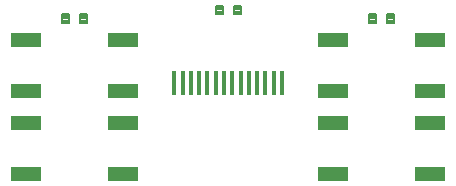
<source format=gbp>
G75*
%MOIN*%
%OFA0B0*%
%FSLAX24Y24*%
%IPPOS*%
%LPD*%
%AMOC8*
5,1,8,0,0,1.08239X$1,22.5*
%
%ADD10R,0.0138X0.0787*%
%ADD11C,0.0075*%
%ADD12R,0.1000X0.0500*%
D10*
X005864Y005888D03*
X006140Y005888D03*
X006415Y005888D03*
X006691Y005888D03*
X006966Y005888D03*
X007242Y005888D03*
X007518Y005888D03*
X007793Y005888D03*
X008069Y005888D03*
X008344Y005888D03*
X008620Y005888D03*
X008895Y005888D03*
X009171Y005888D03*
X009447Y005888D03*
D11*
X012360Y008187D02*
X012586Y008187D01*
X012586Y007911D01*
X012360Y007911D01*
X012360Y008187D01*
X012360Y007985D02*
X012586Y007985D01*
X012586Y008059D02*
X012360Y008059D01*
X012360Y008133D02*
X012586Y008133D01*
X012960Y008187D02*
X013186Y008187D01*
X013186Y007911D01*
X012960Y007911D01*
X012960Y008187D01*
X012960Y007985D02*
X013186Y007985D01*
X013186Y008059D02*
X012960Y008059D01*
X012960Y008133D02*
X013186Y008133D01*
X008068Y008482D02*
X007842Y008482D01*
X008068Y008482D02*
X008068Y008206D01*
X007842Y008206D01*
X007842Y008482D01*
X007842Y008280D02*
X008068Y008280D01*
X008068Y008354D02*
X007842Y008354D01*
X007842Y008428D02*
X008068Y008428D01*
X007468Y008482D02*
X007242Y008482D01*
X007468Y008482D02*
X007468Y008206D01*
X007242Y008206D01*
X007242Y008482D01*
X007242Y008280D02*
X007468Y008280D01*
X007468Y008354D02*
X007242Y008354D01*
X007242Y008428D02*
X007468Y008428D01*
X002950Y008187D02*
X002724Y008187D01*
X002950Y008187D02*
X002950Y007911D01*
X002724Y007911D01*
X002724Y008187D01*
X002724Y007985D02*
X002950Y007985D01*
X002950Y008059D02*
X002724Y008059D01*
X002724Y008133D02*
X002950Y008133D01*
X002350Y008187D02*
X002124Y008187D01*
X002350Y008187D02*
X002350Y007911D01*
X002124Y007911D01*
X002124Y008187D01*
X002124Y007985D02*
X002350Y007985D01*
X002350Y008059D02*
X002124Y008059D01*
X002124Y008133D02*
X002350Y008133D01*
D12*
X000912Y002868D03*
X000912Y004568D03*
X000912Y005624D03*
X000912Y007324D03*
X004163Y007324D03*
X004163Y005624D03*
X004163Y004568D03*
X004163Y002868D03*
X011148Y002868D03*
X011148Y004568D03*
X011148Y005624D03*
X011148Y007324D03*
X014399Y007324D03*
X014399Y005624D03*
X014399Y004568D03*
X014399Y002868D03*
M02*

</source>
